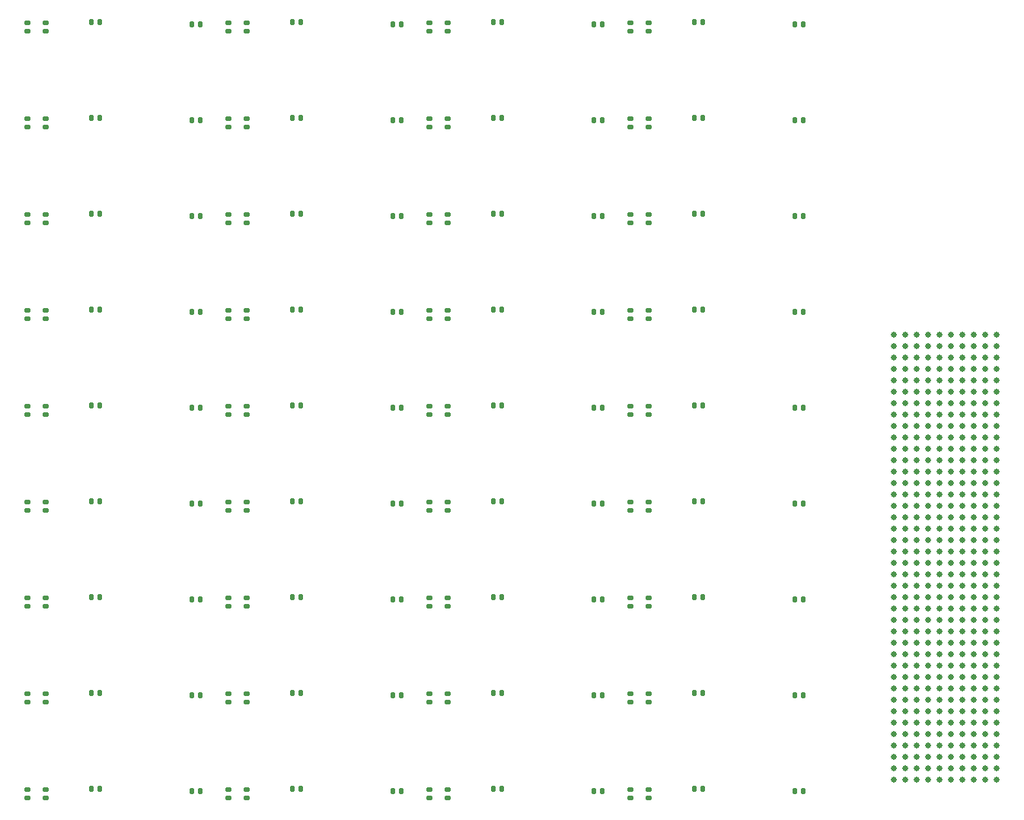
<source format=gbr>
%TF.GenerationSoftware,KiCad,Pcbnew,7.0.1*%
%TF.CreationDate,2023-04-05T17:43:42-07:00*%
%TF.ProjectId,VRSPAD-144,56525350-4144-42d3-9134-342e6b696361,rev?*%
%TF.SameCoordinates,Original*%
%TF.FileFunction,Paste,Bot*%
%TF.FilePolarity,Positive*%
%FSLAX46Y46*%
G04 Gerber Fmt 4.6, Leading zero omitted, Abs format (unit mm)*
G04 Created by KiCad (PCBNEW 7.0.1) date 2023-04-05 17:43:42*
%MOMM*%
%LPD*%
G01*
G04 APERTURE LIST*
G04 Aperture macros list*
%AMRoundRect*
0 Rectangle with rounded corners*
0 $1 Rounding radius*
0 $2 $3 $4 $5 $6 $7 $8 $9 X,Y pos of 4 corners*
0 Add a 4 corners polygon primitive as box body*
4,1,4,$2,$3,$4,$5,$6,$7,$8,$9,$2,$3,0*
0 Add four circle primitives for the rounded corners*
1,1,$1+$1,$2,$3*
1,1,$1+$1,$4,$5*
1,1,$1+$1,$6,$7*
1,1,$1+$1,$8,$9*
0 Add four rect primitives between the rounded corners*
20,1,$1+$1,$2,$3,$4,$5,0*
20,1,$1+$1,$4,$5,$6,$7,0*
20,1,$1+$1,$6,$7,$8,$9,0*
20,1,$1+$1,$8,$9,$2,$3,0*%
G04 Aperture macros list end*
%ADD10RoundRect,0.140000X-0.140000X-0.170000X0.140000X-0.170000X0.140000X0.170000X-0.140000X0.170000X0*%
%ADD11RoundRect,0.140000X-0.170000X0.140000X-0.170000X-0.140000X0.170000X-0.140000X0.170000X0.140000X0*%
%ADD12RoundRect,0.140000X0.140000X0.170000X-0.140000X0.170000X-0.140000X-0.170000X0.140000X-0.170000X0*%
%ADD13C,0.640000*%
G04 APERTURE END LIST*
D10*
%TO.C,C175*%
X156238000Y18034000D03*
X157198000Y18034000D03*
%TD*%
D11*
%TO.C,C146*%
X104394000Y92682000D03*
X104394000Y91722000D03*
%TD*%
%TO.C,C161*%
X82042000Y18006000D03*
X82042000Y17046000D03*
%TD*%
D12*
%TO.C,C102*%
X123670000Y71120000D03*
X122710000Y71120000D03*
%TD*%
D11*
%TO.C,C106*%
X149098000Y71346000D03*
X149098000Y70386000D03*
%TD*%
D10*
%TO.C,C95*%
X89182000Y71374000D03*
X90142000Y71374000D03*
%TD*%
D11*
%TO.C,C29*%
X84074000Y28674000D03*
X84074000Y27714000D03*
%TD*%
%TO.C,C154*%
X84074000Y103350000D03*
X84074000Y102390000D03*
%TD*%
D12*
%TO.C,C57*%
X168374000Y49784000D03*
X167414000Y49784000D03*
%TD*%
%TO.C,C82*%
X168374000Y60452000D03*
X167414000Y60452000D03*
%TD*%
D11*
%TO.C,C94*%
X128778000Y71346000D03*
X128778000Y70386000D03*
%TD*%
%TO.C,C76*%
X126746000Y60678000D03*
X126746000Y59718000D03*
%TD*%
%TO.C,C89*%
X106426000Y60678000D03*
X106426000Y59718000D03*
%TD*%
%TO.C,C91*%
X126746000Y71346000D03*
X126746000Y70386000D03*
%TD*%
%TO.C,C66*%
X82042000Y50010000D03*
X82042000Y49050000D03*
%TD*%
%TO.C,C159*%
X151130000Y103350000D03*
X151130000Y102390000D03*
%TD*%
%TO.C,C44*%
X106426000Y39342000D03*
X106426000Y38382000D03*
%TD*%
%TO.C,C59*%
X151130000Y50010000D03*
X151130000Y49050000D03*
%TD*%
D10*
%TO.C,C50*%
X111534000Y50038000D03*
X112494000Y50038000D03*
%TD*%
D11*
%TO.C,C186*%
X126746000Y103350000D03*
X126746000Y102390000D03*
%TD*%
%TO.C,C126*%
X149098000Y82014000D03*
X149098000Y81054000D03*
%TD*%
D10*
%TO.C,C30*%
X89182000Y39370000D03*
X90142000Y39370000D03*
%TD*%
D12*
%TO.C,C152*%
X101318000Y103124000D03*
X100358000Y103124000D03*
%TD*%
%TO.C,C92*%
X146022000Y71120000D03*
X145062000Y71120000D03*
%TD*%
D11*
%TO.C,C169*%
X128778000Y18006000D03*
X128778000Y17046000D03*
%TD*%
D12*
%TO.C,C112*%
X101318000Y81788000D03*
X100358000Y81788000D03*
%TD*%
D11*
%TO.C,C164*%
X84074000Y18006000D03*
X84074000Y17046000D03*
%TD*%
D12*
%TO.C,C127*%
X168374000Y81788000D03*
X167414000Y81788000D03*
%TD*%
%TO.C,C187*%
X146022000Y103124000D03*
X145062000Y103124000D03*
%TD*%
D11*
%TO.C,C166*%
X126746000Y18006000D03*
X126746000Y17046000D03*
%TD*%
D10*
%TO.C,C80*%
X156238000Y60706000D03*
X157198000Y60706000D03*
%TD*%
D11*
%TO.C,C136*%
X149098000Y92682000D03*
X149098000Y91722000D03*
%TD*%
D12*
%TO.C,C52*%
X123670000Y49784000D03*
X122710000Y49784000D03*
%TD*%
%TO.C,C97*%
X101318000Y71120000D03*
X100358000Y71120000D03*
%TD*%
D11*
%TO.C,C86*%
X104394000Y60678000D03*
X104394000Y59718000D03*
%TD*%
D12*
%TO.C,C42*%
X123670000Y39116000D03*
X122710000Y39116000D03*
%TD*%
%TO.C,C167*%
X146022000Y17780000D03*
X145062000Y17780000D03*
%TD*%
D11*
%TO.C,C84*%
X151130000Y60678000D03*
X151130000Y59718000D03*
%TD*%
%TO.C,C19*%
X151130000Y28674000D03*
X151130000Y27714000D03*
%TD*%
D10*
%TO.C,C75*%
X133886000Y60706000D03*
X134846000Y60706000D03*
%TD*%
D11*
%TO.C,C116*%
X126746000Y82014000D03*
X126746000Y81054000D03*
%TD*%
D12*
%TO.C,C27*%
X101318000Y28448000D03*
X100358000Y28448000D03*
%TD*%
%TO.C,C87*%
X123670000Y60452000D03*
X122710000Y60452000D03*
%TD*%
D11*
%TO.C,C71*%
X82042000Y60678000D03*
X82042000Y59718000D03*
%TD*%
D12*
%TO.C,C107*%
X168374000Y71120000D03*
X167414000Y71120000D03*
%TD*%
D11*
%TO.C,C139*%
X151130000Y92682000D03*
X151130000Y91722000D03*
%TD*%
D12*
%TO.C,C162*%
X101318000Y17780000D03*
X100358000Y17780000D03*
%TD*%
D11*
%TO.C,C24*%
X106426000Y28674000D03*
X106426000Y27714000D03*
%TD*%
%TO.C,C174*%
X106426000Y18006000D03*
X106426000Y17046000D03*
%TD*%
D10*
%TO.C,C140*%
X133886000Y92710000D03*
X134846000Y92710000D03*
%TD*%
D12*
%TO.C,C122*%
X123670000Y81788000D03*
X122710000Y81788000D03*
%TD*%
D11*
%TO.C,C129*%
X151130000Y82014000D03*
X151130000Y81054000D03*
%TD*%
%TO.C,C119*%
X128778000Y82014000D03*
X128778000Y81054000D03*
%TD*%
D10*
%TO.C,C135*%
X156238000Y92710000D03*
X157198000Y92710000D03*
%TD*%
D11*
%TO.C,C69*%
X84074000Y50010000D03*
X84074000Y49050000D03*
%TD*%
D12*
%TO.C,C172*%
X123670000Y17780000D03*
X122710000Y17780000D03*
%TD*%
D11*
%TO.C,C101*%
X104394000Y71346000D03*
X104394000Y70386000D03*
%TD*%
D10*
%TO.C,C20*%
X111534000Y28702000D03*
X112494000Y28702000D03*
%TD*%
%TO.C,C90*%
X133886000Y71374000D03*
X134846000Y71374000D03*
%TD*%
D11*
%TO.C,C141*%
X126746000Y92682000D03*
X126746000Y91722000D03*
%TD*%
%TO.C,C134*%
X84074000Y92682000D03*
X84074000Y91722000D03*
%TD*%
D12*
%TO.C,C177*%
X168374000Y17780000D03*
X167414000Y17780000D03*
%TD*%
D11*
%TO.C,C171*%
X104394000Y18006000D03*
X104394000Y17046000D03*
%TD*%
D10*
%TO.C,C110*%
X89182000Y82042000D03*
X90142000Y82042000D03*
%TD*%
D12*
%TO.C,C137*%
X168374000Y92456000D03*
X167414000Y92456000D03*
%TD*%
%TO.C,C13*%
X168374000Y28448000D03*
X167414000Y28448000D03*
%TD*%
D11*
%TO.C,C149*%
X106426000Y92682000D03*
X106426000Y91722000D03*
%TD*%
%TO.C,C81*%
X149098000Y60678000D03*
X149098000Y59718000D03*
%TD*%
%TO.C,C176*%
X149098000Y18006000D03*
X149098000Y17046000D03*
%TD*%
%TO.C,C99*%
X84074000Y71346000D03*
X84074000Y70386000D03*
%TD*%
D10*
%TO.C,C25*%
X89182000Y28702000D03*
X90142000Y28702000D03*
%TD*%
%TO.C,C150*%
X89182000Y103378000D03*
X90142000Y103378000D03*
%TD*%
D11*
%TO.C,C56*%
X149098000Y50010000D03*
X149098000Y49050000D03*
%TD*%
%TO.C,C36*%
X149098000Y39342000D03*
X149098000Y38382000D03*
%TD*%
%TO.C,C54*%
X106426000Y50010000D03*
X106426000Y49050000D03*
%TD*%
D12*
%TO.C,C37*%
X168374000Y39116000D03*
X167414000Y39116000D03*
%TD*%
D11*
%TO.C,C51*%
X104394000Y50010000D03*
X104394000Y49050000D03*
%TD*%
D13*
%TO.C,J12*%
X189865000Y68592000D03*
X189865000Y67322000D03*
X189865000Y66052000D03*
X189865000Y64782000D03*
X189865000Y63512000D03*
X189865000Y62242000D03*
X189865000Y60972000D03*
X189865000Y59702000D03*
X189865000Y58432000D03*
X189865000Y57162000D03*
X189865000Y55892000D03*
X189865000Y54622000D03*
X189865000Y53352000D03*
X189865000Y52082000D03*
X189865000Y50812000D03*
X189865000Y49542000D03*
X189865000Y48272000D03*
X189865000Y47002000D03*
X189865000Y45732000D03*
X189865000Y44467000D03*
X189865000Y43187000D03*
X189865000Y41922000D03*
X189865000Y40652000D03*
X189865000Y39382000D03*
X189865000Y38112000D03*
X189865000Y36842000D03*
X189865000Y35572000D03*
X189865000Y34302000D03*
X189865000Y33032000D03*
X189865000Y31762000D03*
X189865000Y30492000D03*
X189865000Y29222000D03*
X189865000Y27952000D03*
X189865000Y26682000D03*
X189865000Y25412000D03*
X189865000Y24142000D03*
X189865000Y22872000D03*
X189865000Y21602000D03*
X189865000Y20332000D03*
X189865000Y19062000D03*
X188595000Y68592000D03*
X188595000Y67322000D03*
X188595000Y66052000D03*
X188595000Y64782000D03*
X188595000Y63512000D03*
X188595000Y62242000D03*
X188595000Y60972000D03*
X188595000Y59702000D03*
X188595000Y58432000D03*
X188595000Y57162000D03*
X188595000Y55892000D03*
X188595000Y54622000D03*
X188595000Y53352000D03*
X188595000Y52082000D03*
X188595000Y50812000D03*
X188595000Y49542000D03*
X188595000Y48272000D03*
X188595000Y47002000D03*
X188595000Y45732000D03*
X188595000Y44467000D03*
X188595000Y43187000D03*
X188595000Y41922000D03*
X188595000Y40652000D03*
X188595000Y39382000D03*
X188595000Y38112000D03*
X188595000Y36842000D03*
X188595000Y35572000D03*
X188595000Y34302000D03*
X188595000Y33032000D03*
X188595000Y31762000D03*
X188595000Y30492000D03*
X188595000Y29222000D03*
X188595000Y27952000D03*
X188595000Y26682000D03*
X188595000Y25412000D03*
X188595000Y24142000D03*
X188595000Y22872000D03*
X188595000Y21602000D03*
X188595000Y20332000D03*
X188595000Y19062000D03*
X187325000Y68592000D03*
X187325000Y67322000D03*
X187325000Y66052000D03*
X187325000Y64782000D03*
X187325000Y63512000D03*
X187325000Y62242000D03*
X187325000Y60972000D03*
X187325000Y59702000D03*
X187325000Y58432000D03*
X187325000Y57162000D03*
X187325000Y55892000D03*
X187325000Y54622000D03*
X187325000Y53352000D03*
X187325000Y52082000D03*
X187325000Y50812000D03*
X187325000Y49542000D03*
X187325000Y48272000D03*
X187325000Y47002000D03*
X187325000Y45732000D03*
X187325000Y44467000D03*
X187325000Y43187000D03*
X187325000Y41922000D03*
X187325000Y40652000D03*
X187325000Y39382000D03*
X187325000Y38112000D03*
X187325000Y36842000D03*
X187325000Y35572000D03*
X187325000Y34302000D03*
X187325000Y33032000D03*
X187325000Y31762000D03*
X187325000Y30492000D03*
X187325000Y29222000D03*
X187325000Y27952000D03*
X187325000Y26682000D03*
X187325000Y25412000D03*
X187325000Y24142000D03*
X187325000Y22872000D03*
X187325000Y21602000D03*
X187325000Y20332000D03*
X187325000Y19062000D03*
X186055000Y68592000D03*
X186055000Y67322000D03*
X186055000Y66052000D03*
X186055000Y64782000D03*
X186055000Y63512000D03*
X186055000Y62242000D03*
X186055000Y60972000D03*
X186055000Y59702000D03*
X186055000Y58432000D03*
X186055000Y57162000D03*
X186055000Y55892000D03*
X186055000Y54622000D03*
X186055000Y53352000D03*
X186055000Y52082000D03*
X186055000Y50812000D03*
X186055000Y49542000D03*
X186055000Y48272000D03*
X186055000Y47002000D03*
X186055000Y45732000D03*
X186055000Y44467000D03*
X186055000Y43187000D03*
X186055000Y41922000D03*
X186055000Y40652000D03*
X186055000Y39382000D03*
X186055000Y38112000D03*
X186055000Y36842000D03*
X186055000Y35572000D03*
X186055000Y34302000D03*
X186055000Y33032000D03*
X186055000Y31762000D03*
X186055000Y30492000D03*
X186055000Y29222000D03*
X186055000Y27952000D03*
X186055000Y26682000D03*
X186055000Y25412000D03*
X186055000Y24142000D03*
X186055000Y22872000D03*
X186055000Y21602000D03*
X186055000Y20332000D03*
X186055000Y19062000D03*
X184790000Y68592000D03*
X184790000Y67322000D03*
X184790000Y66052000D03*
X184790000Y64782000D03*
X184790000Y63512000D03*
X184790000Y62242000D03*
X184790000Y60972000D03*
X184790000Y59702000D03*
X184790000Y58432000D03*
X184790000Y57162000D03*
X184790000Y55892000D03*
X184790000Y54622000D03*
X184790000Y53352000D03*
X184790000Y52082000D03*
X184790000Y50812000D03*
X184790000Y49542000D03*
X184790000Y48272000D03*
X184790000Y47002000D03*
X184790000Y45732000D03*
X184790000Y44467000D03*
X184790000Y43187000D03*
X184790000Y41922000D03*
X184790000Y40652000D03*
X184790000Y39382000D03*
X184790000Y38112000D03*
X184790000Y36842000D03*
X184790000Y35572000D03*
X184790000Y34302000D03*
X184790000Y33032000D03*
X184790000Y31762000D03*
X184790000Y30492000D03*
X184790000Y29222000D03*
X184790000Y27952000D03*
X184790000Y26682000D03*
X184790000Y25412000D03*
X184790000Y24142000D03*
X184790000Y22872000D03*
X184790000Y21602000D03*
X184790000Y20332000D03*
X184790000Y19062000D03*
X183510000Y68592000D03*
X183510000Y67322000D03*
X183510000Y66052000D03*
X183510000Y64782000D03*
X183510000Y63512000D03*
X183510000Y62242000D03*
X183510000Y60972000D03*
X183510000Y59702000D03*
X183510000Y58432000D03*
X183510000Y57162000D03*
X183510000Y55892000D03*
X183510000Y54622000D03*
X183510000Y53352000D03*
X183510000Y52082000D03*
X183510000Y50812000D03*
X183510000Y49542000D03*
X183510000Y48272000D03*
X183510000Y47002000D03*
X183510000Y45732000D03*
X183510000Y44467000D03*
X183510000Y43187000D03*
X183510000Y41922000D03*
X183510000Y40652000D03*
X183510000Y39382000D03*
X183510000Y38112000D03*
X183510000Y36842000D03*
X183510000Y35572000D03*
X183510000Y34302000D03*
X183510000Y33032000D03*
X183510000Y31762000D03*
X183510000Y30492000D03*
X183510000Y29222000D03*
X183510000Y27952000D03*
X183510000Y26682000D03*
X183510000Y25412000D03*
X183510000Y24142000D03*
X183510000Y22872000D03*
X183510000Y21602000D03*
X183510000Y20332000D03*
X183510000Y19062000D03*
X182245000Y68592000D03*
X182245000Y67322000D03*
X182245000Y66052000D03*
X182245000Y64782000D03*
X182245000Y63512000D03*
X182245000Y62242000D03*
X182245000Y60972000D03*
X182245000Y59702000D03*
X182245000Y58432000D03*
X182245000Y57162000D03*
X182245000Y55892000D03*
X182245000Y54622000D03*
X182245000Y53352000D03*
X182245000Y52082000D03*
X182245000Y50812000D03*
X182245000Y49542000D03*
X182245000Y48272000D03*
X182245000Y47002000D03*
X182245000Y45732000D03*
X182245000Y44467000D03*
X182245000Y43187000D03*
X182245000Y41922000D03*
X182245000Y40652000D03*
X182245000Y39382000D03*
X182245000Y38112000D03*
X182245000Y36842000D03*
X182245000Y35572000D03*
X182245000Y34302000D03*
X182245000Y33032000D03*
X182245000Y31762000D03*
X182245000Y30492000D03*
X182245000Y29222000D03*
X182245000Y27952000D03*
X182245000Y26682000D03*
X182245000Y25412000D03*
X182245000Y24142000D03*
X182245000Y22872000D03*
X182245000Y21602000D03*
X182245000Y20332000D03*
X182245000Y19062000D03*
X180975000Y68592000D03*
X180975000Y67322000D03*
X180975000Y66052000D03*
X180975000Y64782000D03*
X180975000Y63512000D03*
X180975000Y62242000D03*
X180975000Y60972000D03*
X180975000Y59702000D03*
X180975000Y58432000D03*
X180975000Y57162000D03*
X180975000Y55892000D03*
X180975000Y54622000D03*
X180975000Y53352000D03*
X180975000Y52082000D03*
X180975000Y50812000D03*
X180975000Y49542000D03*
X180975000Y48272000D03*
X180975000Y47002000D03*
X180975000Y45732000D03*
X180975000Y44467000D03*
X180975000Y43187000D03*
X180975000Y41922000D03*
X180975000Y40652000D03*
X180975000Y39382000D03*
X180975000Y38112000D03*
X180975000Y36842000D03*
X180975000Y35572000D03*
X180975000Y34302000D03*
X180975000Y33032000D03*
X180975000Y31762000D03*
X180975000Y30492000D03*
X180975000Y29222000D03*
X180975000Y27952000D03*
X180975000Y26682000D03*
X180975000Y25412000D03*
X180975000Y24142000D03*
X180975000Y22872000D03*
X180975000Y21602000D03*
X180975000Y20332000D03*
X180975000Y19062000D03*
X179705000Y68592000D03*
X179705000Y67322000D03*
X179705000Y66052000D03*
X179705000Y64782000D03*
X179705000Y63512000D03*
X179705000Y62242000D03*
X179705000Y60972000D03*
X179705000Y59702000D03*
X179705000Y58432000D03*
X179705000Y57162000D03*
X179705000Y55892000D03*
X179705000Y54622000D03*
X179705000Y53352000D03*
X179705000Y52082000D03*
X179705000Y50812000D03*
X179705000Y49542000D03*
X179705000Y48272000D03*
X179705000Y47002000D03*
X179705000Y45732000D03*
X179705000Y44467000D03*
X179705000Y43187000D03*
X179705000Y41922000D03*
X179705000Y40652000D03*
X179705000Y39382000D03*
X179705000Y38112000D03*
X179705000Y36842000D03*
X179705000Y35572000D03*
X179705000Y34302000D03*
X179705000Y33032000D03*
X179705000Y31762000D03*
X179705000Y30492000D03*
X179705000Y29222000D03*
X179705000Y27952000D03*
X179705000Y26682000D03*
X179705000Y25412000D03*
X179705000Y24142000D03*
X179705000Y22872000D03*
X179705000Y21602000D03*
X179705000Y20332000D03*
X179705000Y19062000D03*
X178435000Y68592000D03*
X178435000Y67322000D03*
X178435000Y66052000D03*
X178435000Y64782000D03*
X178435000Y63512000D03*
X178435000Y62242000D03*
X178435000Y60972000D03*
X178435000Y59702000D03*
X178435000Y58432000D03*
X178435000Y57162000D03*
X178435000Y55892000D03*
X178435000Y54622000D03*
X178435000Y53352000D03*
X178435000Y52082000D03*
X178435000Y50812000D03*
X178435000Y49542000D03*
X178435000Y48272000D03*
X178435000Y47002000D03*
X178435000Y45732000D03*
X178435000Y44467000D03*
X178435000Y43187000D03*
X178435000Y41922000D03*
X178435000Y40652000D03*
X178435000Y39382000D03*
X178435000Y38112000D03*
X178435000Y36842000D03*
X178435000Y35572000D03*
X178435000Y34302000D03*
X178435000Y33032000D03*
X178435000Y31762000D03*
X178435000Y30492000D03*
X178435000Y29222000D03*
X178435000Y27952000D03*
X178435000Y26682000D03*
X178435000Y25412000D03*
X178435000Y24142000D03*
X178435000Y22872000D03*
X178435000Y21602000D03*
X178435000Y20332000D03*
X178435000Y19062000D03*
%TD*%
D11*
%TO.C,C189*%
X128778000Y103350000D03*
X128778000Y102390000D03*
%TD*%
D12*
%TO.C,C157*%
X168374000Y103124000D03*
X167414000Y103124000D03*
%TD*%
D11*
%TO.C,C121*%
X104394000Y82014000D03*
X104394000Y81054000D03*
%TD*%
D10*
%TO.C,C55*%
X156238000Y50038000D03*
X157198000Y50038000D03*
%TD*%
%TO.C,C145*%
X111534000Y92710000D03*
X112494000Y92710000D03*
%TD*%
D12*
%TO.C,C147*%
X123670000Y92456000D03*
X122710000Y92456000D03*
%TD*%
D11*
%TO.C,C34*%
X84074000Y39342000D03*
X84074000Y38382000D03*
%TD*%
D10*
%TO.C,C45*%
X133886000Y39370000D03*
X134846000Y39370000D03*
%TD*%
%TO.C,C35*%
X156238000Y39370000D03*
X157198000Y39370000D03*
%TD*%
D12*
%TO.C,C72*%
X101318000Y60452000D03*
X100358000Y60452000D03*
%TD*%
%TO.C,C4*%
X146022000Y28448000D03*
X145062000Y28448000D03*
%TD*%
D11*
%TO.C,C8*%
X128778000Y28674000D03*
X128778000Y27714000D03*
%TD*%
D10*
%TO.C,C180*%
X111534000Y103378000D03*
X112494000Y103378000D03*
%TD*%
D12*
%TO.C,C142*%
X146022000Y92456000D03*
X145062000Y92456000D03*
%TD*%
D11*
%TO.C,C74*%
X84074000Y60678000D03*
X84074000Y59718000D03*
%TD*%
%TO.C,C31*%
X82042000Y39342000D03*
X82042000Y38382000D03*
%TD*%
D10*
%TO.C,C65*%
X89182000Y50038000D03*
X90142000Y50038000D03*
%TD*%
%TO.C,C120*%
X111534000Y82042000D03*
X112494000Y82042000D03*
%TD*%
D11*
%TO.C,C144*%
X128778000Y92682000D03*
X128778000Y91722000D03*
%TD*%
%TO.C,C49*%
X128778000Y39342000D03*
X128778000Y38382000D03*
%TD*%
%TO.C,C104*%
X106426000Y71346000D03*
X106426000Y70386000D03*
%TD*%
D10*
%TO.C,C125*%
X156238000Y82042000D03*
X157198000Y82042000D03*
%TD*%
D11*
%TO.C,C61*%
X126746000Y50010000D03*
X126746000Y49050000D03*
%TD*%
D12*
%TO.C,C22*%
X123670000Y28448000D03*
X122710000Y28448000D03*
%TD*%
D11*
%TO.C,C131*%
X82042000Y92682000D03*
X82042000Y91722000D03*
%TD*%
%TO.C,C10*%
X149098000Y28674000D03*
X149098000Y27714000D03*
%TD*%
%TO.C,C26*%
X82042000Y28674000D03*
X82042000Y27714000D03*
%TD*%
D10*
%TO.C,C9*%
X156238000Y28702000D03*
X157198000Y28702000D03*
%TD*%
%TO.C,C2*%
X133886000Y28702000D03*
X134846000Y28702000D03*
%TD*%
%TO.C,C155*%
X156238000Y103378000D03*
X157198000Y103378000D03*
%TD*%
D12*
%TO.C,C132*%
X101318000Y92456000D03*
X100358000Y92456000D03*
%TD*%
D11*
%TO.C,C124*%
X106426000Y82014000D03*
X106426000Y81054000D03*
%TD*%
%TO.C,C21*%
X104394000Y28674000D03*
X104394000Y27714000D03*
%TD*%
%TO.C,C181*%
X104394000Y103350000D03*
X104394000Y102390000D03*
%TD*%
D10*
%TO.C,C70*%
X89182000Y60706000D03*
X90142000Y60706000D03*
%TD*%
D11*
%TO.C,C46*%
X126746000Y39342000D03*
X126746000Y38382000D03*
%TD*%
D12*
%TO.C,C62*%
X146022000Y49784000D03*
X145062000Y49784000D03*
%TD*%
%TO.C,C32*%
X101318000Y39116000D03*
X100358000Y39116000D03*
%TD*%
%TO.C,C47*%
X146022000Y39116000D03*
X145062000Y39116000D03*
%TD*%
D11*
%TO.C,C3*%
X126746000Y28674000D03*
X126746000Y27714000D03*
%TD*%
D10*
%TO.C,C85*%
X111534000Y60706000D03*
X112494000Y60706000D03*
%TD*%
D11*
%TO.C,C114*%
X84074000Y82014000D03*
X84074000Y81054000D03*
%TD*%
D10*
%TO.C,C100*%
X111534000Y71374000D03*
X112494000Y71374000D03*
%TD*%
%TO.C,C115*%
X133886000Y82042000D03*
X134846000Y82042000D03*
%TD*%
D11*
%TO.C,C64*%
X128778000Y50010000D03*
X128778000Y49050000D03*
%TD*%
D12*
%TO.C,C67*%
X101318000Y49784000D03*
X100358000Y49784000D03*
%TD*%
D10*
%TO.C,C160*%
X89182000Y18034000D03*
X90142000Y18034000D03*
%TD*%
%TO.C,C185*%
X133886000Y103378000D03*
X134846000Y103378000D03*
%TD*%
D11*
%TO.C,C96*%
X82042000Y71346000D03*
X82042000Y70386000D03*
%TD*%
%TO.C,C39*%
X151130000Y39342000D03*
X151130000Y38382000D03*
%TD*%
%TO.C,C151*%
X82042000Y103350000D03*
X82042000Y102390000D03*
%TD*%
D10*
%TO.C,C40*%
X111534000Y39370000D03*
X112494000Y39370000D03*
%TD*%
D11*
%TO.C,C179*%
X151130000Y18006000D03*
X151130000Y17046000D03*
%TD*%
%TO.C,C41*%
X104394000Y39342000D03*
X104394000Y38382000D03*
%TD*%
D10*
%TO.C,C165*%
X133886000Y18034000D03*
X134846000Y18034000D03*
%TD*%
%TO.C,C60*%
X133886000Y50038000D03*
X134846000Y50038000D03*
%TD*%
D11*
%TO.C,C184*%
X106426000Y103350000D03*
X106426000Y102390000D03*
%TD*%
D12*
%TO.C,C182*%
X123670000Y103124000D03*
X122710000Y103124000D03*
%TD*%
D11*
%TO.C,C111*%
X82042000Y82014000D03*
X82042000Y81054000D03*
%TD*%
%TO.C,C79*%
X128778000Y60678000D03*
X128778000Y59718000D03*
%TD*%
D12*
%TO.C,C117*%
X146022000Y81788000D03*
X145062000Y81788000D03*
%TD*%
D11*
%TO.C,C156*%
X149098000Y103350000D03*
X149098000Y102390000D03*
%TD*%
D12*
%TO.C,C77*%
X146022000Y60452000D03*
X145062000Y60452000D03*
%TD*%
D10*
%TO.C,C130*%
X89182000Y92710000D03*
X90142000Y92710000D03*
%TD*%
D11*
%TO.C,C109*%
X151130000Y71346000D03*
X151130000Y70386000D03*
%TD*%
D10*
%TO.C,C170*%
X111534000Y18034000D03*
X112494000Y18034000D03*
%TD*%
%TO.C,C105*%
X156238000Y71374000D03*
X157198000Y71374000D03*
%TD*%
M02*

</source>
